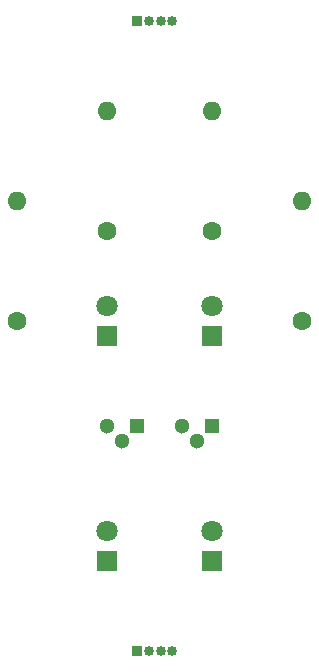
<source format=gbr>
%TF.GenerationSoftware,KiCad,Pcbnew,(5.1.10)-1*%
%TF.CreationDate,2021-11-19T11:23:01-05:00*%
%TF.ProjectId,N AND gate,4e20414e-4420-4676-9174-652e6b696361,rev?*%
%TF.SameCoordinates,Original*%
%TF.FileFunction,Soldermask,Bot*%
%TF.FilePolarity,Negative*%
%FSLAX46Y46*%
G04 Gerber Fmt 4.6, Leading zero omitted, Abs format (unit mm)*
G04 Created by KiCad (PCBNEW (5.1.10)-1) date 2021-11-19 11:23:01*
%MOMM*%
%LPD*%
G01*
G04 APERTURE LIST*
%ADD10C,1.800000*%
%ADD11R,1.800000X1.800000*%
%ADD12O,0.850000X0.850000*%
%ADD13R,0.850000X0.850000*%
%ADD14O,1.600000X1.600000*%
%ADD15C,1.600000*%
%ADD16R,1.300000X1.300000*%
%ADD17C,1.300000*%
G04 APERTURE END LIST*
D10*
%TO.C,NAND LED*%
X176530000Y-106680000D03*
D11*
X176530000Y-109220000D03*
%TD*%
D10*
%TO.C,AND LED*%
X167640000Y-106680000D03*
D11*
X167640000Y-109220000D03*
%TD*%
D12*
%TO.C,Output Header*%
X173180000Y-116840000D03*
X172180000Y-116840000D03*
X171180000Y-116840000D03*
D13*
X170180000Y-116840000D03*
%TD*%
D12*
%TO.C,Input Header*%
X173180000Y-63500000D03*
X172180000Y-63500000D03*
X171180000Y-63500000D03*
D13*
X170180000Y-63500000D03*
%TD*%
D14*
%TO.C,2.5k*%
X184150000Y-78740000D03*
D15*
X184150000Y-88900000D03*
%TD*%
D14*
%TO.C,2.5k*%
X160020000Y-78740000D03*
D15*
X160020000Y-88900000D03*
%TD*%
D14*
%TO.C,10k*%
X167640000Y-71120000D03*
D15*
X167640000Y-81280000D03*
%TD*%
D14*
%TO.C,10k*%
X176530000Y-71120000D03*
D15*
X176530000Y-81280000D03*
%TD*%
D10*
%TO.C,A LED*%
X167640000Y-87630000D03*
D11*
X167640000Y-90170000D03*
%TD*%
D10*
%TO.C,B LED*%
X176530000Y-87630000D03*
D11*
X176530000Y-90170000D03*
%TD*%
D16*
%TO.C,2N2222*%
X170180000Y-97790000D03*
D17*
X167640000Y-97790000D03*
X168910000Y-99060000D03*
%TD*%
D16*
%TO.C,2N2222*%
X176530000Y-97790000D03*
D17*
X173990000Y-97790000D03*
X175260000Y-99060000D03*
%TD*%
M02*

</source>
